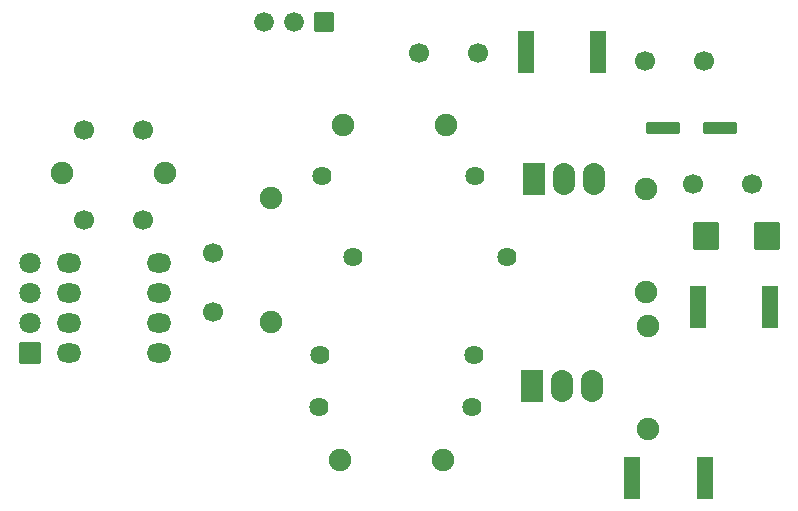
<source format=gts>
G04 Layer: TopSolderMaskLayer*
G04 EasyEDA Pro v2.1.64.d1969c9c.217bcf, 2024-10-29 15:11:35*
G04 Gerber Generator version 0.3*
G04 Scale: 100 percent, Rotated: No, Reflected: No*
G04 Dimensions in millimeters*
G04 Leading zeros omitted, absolute positions, 3 integers and 5 decimals*
%FSLAX35Y35*%
%MOMM*%
%AMRoundRect*1,1,$1,$2,$3*1,1,$1,$4,$5*1,1,$1,0-$2,0-$3*1,1,$1,0-$4,0-$5*20,1,$1,$2,$3,$4,$5,0*20,1,$1,$4,$5,0-$2,0-$3,0*20,1,$1,0-$2,0-$3,0-$4,0-$5,0*20,1,$1,0-$4,0-$5,$2,$3,0*4,1,4,$2,$3,$4,$5,0-$2,0-$3,0-$4,0-$5,$2,$3,0*%
%ADD10O,2.0716X1.6256*%
%ADD11RoundRect,0.09233X-1.35463X0.45964X1.35463X0.45964*%
%ADD12RoundRect,0.09465X0.64474X-1.73147X-0.64474X-1.73147*%
%ADD13C,1.9016*%
%ADD14RoundRect,0.09738X-1.02606X1.12281X1.02606X1.12281*%
%ADD15C,1.6256*%
%ADD16C,1.7*%
%ADD17RoundRect,0.09618X-0.85271X-0.85271X-0.85271X0.85271*%
%ADD18C,1.8016*%
%ADD19O,1.9016X2.70159*%
%ADD20RoundRect,0.09645X-0.90257X1.30257X0.90257X1.30257*%
%ADD21C,1.6768*%
%ADD22RoundRect,0.09615X0.79032X-0.79032X-0.79032X-0.79032*%
G75*


G04 Pad Start*
G54D10*
G01X50800Y368300D03*
G01X812800Y368300D03*
G01X50800Y114300D03*
G01X812800Y114300D03*
G01X50800Y-139700D03*
G01X812800Y-139700D03*
G01X50800Y-393700D03*
G01X812800Y-393700D03*
G54D11*
G01X5081295Y1511300D03*
G01X5561305Y1511300D03*
G54D12*
G01X4824171Y-1447800D03*
G01X5437429Y-1447800D03*
G01X3920642Y2157171D03*
G01X4533900Y2157171D03*
G54D13*
G01X866800Y1130300D03*
G01X-3200Y1130300D03*
G01X2371700Y1536700D03*
G01X3241700Y1536700D03*
G01X2346300Y-1295400D03*
G01X3216300Y-1295400D03*
G01X4953000Y-161900D03*
G01X4953000Y-1031900D03*
G01X4940300Y993800D03*
G01X4940300Y123800D03*
G54D12*
G01X5379314Y0D03*
G01X5992571Y0D03*
G54D14*
G01X5443169Y596900D03*
G01X5961431Y596900D03*
G54D15*
G01X2461501Y419100D03*
G01X3761499Y419100D03*
G54D13*
G01X1765300Y-131293D03*
G01X1765300Y918693D03*
G54D15*
G01X3469399Y-850900D03*
G01X2169401Y-850900D03*
G01X3494799Y1104900D03*
G01X2194801Y1104900D03*
G01X3482099Y-406400D03*
G01X2182101Y-406400D03*
G54D16*
G01X181801Y736600D03*
G01X681800Y736600D03*
G01X181801Y1498600D03*
G01X681800Y1498600D03*
G01X5838000Y1041400D03*
G01X5338001Y1041400D03*
G54D17*
G01X-279400Y-393700D03*
G54D18*
G01X-279400Y-139700D03*
G01X-279400Y114300D03*
G01X-279400Y368300D03*
G54D16*
G01X3513900Y2146300D03*
G01X3013901Y2146300D03*
G01X4931601Y2082800D03*
G01X5431600Y2082800D03*
G54D19*
G01X4242295Y1079500D03*
G01X4496295Y1078509D03*
G54D20*
G01X3988295Y1079500D03*
G54D19*
G01X4229100Y-672605D03*
G01X4483100Y-673595D03*
G54D20*
G01X3975100Y-672605D03*
G54D21*
G01X1701800Y2413000D03*
G01X1955800Y2413000D03*
G54D22*
G01X2209800Y2413000D03*
G54D16*
G01X1270000Y-46799D03*
G01X1270000Y453200D03*
G04 Pad End*

M02*

</source>
